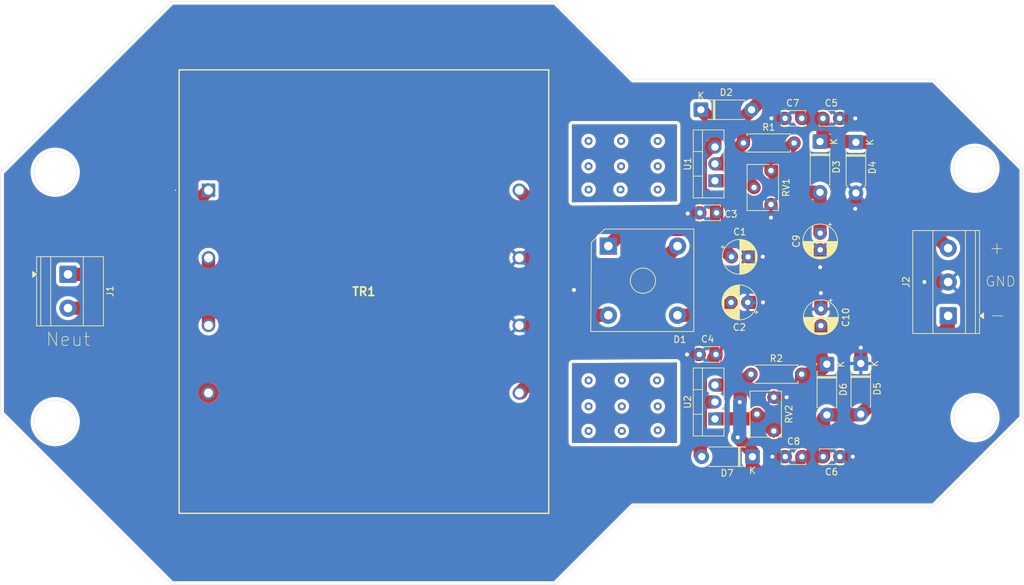
<source format=kicad_pcb>
(kicad_pcb (version 20241229) (generator "pcbnew") (generator_version "9.0")
  (layers (0 "F.Cu" signal) (2 "B.Cu" signal) (13 "F.Paste" user) (15 "B.Paste" user) (5 "F.SilkS" user "F.Silkscreen") (7 "B.SilkS" user "B.Silkscreen") (1 "F.Mask" user) (3 "B.Mask" user) (25 "Edge.Cuts" user))
  (net 0 "")
  (net 1 "/GND")
  (net 2 "/VIN+")
  (net 3 "/VIN-")
  (net 4 "/V+")
  (net 5 "/V-")
  (net 6 "/Minus-bridge")
  (net 7 "/Plus-bridge")
  (net 8 "/Hot")
  (net 9 "/Neut")
  (net 10 "/ADJ-Pot+")
  (net 11 "/ADJ-Pot-")
  (net 12 "Net-(TR1-PRIMARY_115V_1-)")
  (footprint "Diode_THT:D_DO-41_SOD81_P7.62mm_Horizontal" (layer "F.Cu") (at 195.958 77.63)
    (property "Reference" "D2" (at 3.81 -2.6 0) (layer "F.SilkS"))
    (property "Value" "D_Small_Filled")
    (fp_text user "K" (at 0 -2.1 0) (layer "F.SilkS"))
    (pad "1" thru_hole roundrect (at 0 0) (size 2.2 2.2) (drill 1.1) (layers "*.Cu" "*.Mask") (roundrect_rratio 0.113636) (net 2 "/VIN+"))
    (pad "2" thru_hole circle (at 7.62 0) (size 2.2 2.2) (drill 1.1) (layers "*.Cu" "*.Mask") (net 4 "/V+"))
  )
  (footprint "Capacitor_THT:CP_Radial_D5.0mm_P2.50mm" (layer "F.Cu") (at 213.9 96.194888 -90)
    (property "Reference" "C9" (at 1.205112 3.6 90) (layer "F.SilkS"))
    (property "Value" "C_Polarized_Small_US" (hide yes))
    (pad "1" thru_hole roundrect (at 0 0 270) (size 1.6 1.6) (drill 0.8) (layers "*.Cu" "*.Mask") (roundrect_rratio 0.15625) (net 10 "/ADJ-Pot+"))
    (pad "2" thru_hole circle (at 2.5 0 270) (size 1.6 1.6) (drill 0.8) (layers "*.Cu" "*.Mask") (net 1 "/GND"))
  )
  (footprint "Potentiometer_THT:Potentiometer_Bourns_3266W_Vertical" (layer "F.Cu") (at 206.93 125.94 -90)
    (property "Reference" "RV2" (at -2.54 -2.27 90) (layer "F.SilkS"))
    (property "Value" "R_Potentiometer_Small" (hide yes))
    (pad "1" thru_hole circle (at 0 0 270) (size 1.44 1.44) (drill 0.8) (layers "*.Cu" "*.Mask") (net 11 "/ADJ-Pot-"))
    (pad "2" thru_hole circle (at -2.54 2.54 270) (size 1.44 1.44) (drill 0.8) (layers "*.Cu" "*.Mask") (net 11 "/ADJ-Pot-"))
    (pad "3" thru_hole circle (at -5.08 0 270) (size 1.44 1.44) (drill 0.8) (layers "*.Cu" "*.Mask") (net 1 "/GND"))
  )
  (footprint "Package_TO_SOT_THT:TO-220-3_Vertical" (layer "F.Cu") (at 198.068 124.11 90)
    (property "Reference" "U2" (at 2.54 -4.1 90) (layer "F.SilkS"))
    (property "Value" "LM337_TO220")
    (pad "1" thru_hole rect (at 0 0 90) (size 1.905 2) (drill 1.1) (layers "*.Cu" "*.Mask") (net 11 "/ADJ-Pot-"))
    (pad "2" thru_hole oval (at 2.54 0 90) (size 1.905 2) (drill 1.1) (layers "*.Cu" "*.Mask") (net 3 "/VIN-"))
    (pad "3" thru_hole oval (at 5.08 0 90) (size 1.905 2) (drill 1.1) (layers "*.Cu" "*.Mask") (net 5 "/V-"))
  )
  (footprint "Transformer_Custom:162J24" (layer "F.Cu") (at 121.92 89.74)
    (property "Reference" "TR1" (at 23.368 15.24 0) (layer "F.SilkS") (effects (font (size 1.27 1.27) (thickness 0.254))))
    (property "Value" "162J24" (hide yes))
    (pad "1" thru_hole rect (at 0 0) (size 2.01 2.01) (drill 1.34) (layers "*.Cu" "*.Mask") (net 8 "/Hot"))
    (pad "2" thru_hole circle (at 0 10.16) (size 2.01 2.01) (drill 1.34) (layers "*.Cu" "*.Mask") (net 12 "Net-(TR1-PRIMARY_115V_1-)"))
    (pad "3" thru_hole circle (at 0 20.32) (size 2.01 2.01) (drill 1.34) (layers "*.Cu" "*.Mask") (net 12 "Net-(TR1-PRIMARY_115V_1-)"))
    (pad "4" thru_hole circle (at 0 30.48) (size 2.01 2.01) (drill 1.34) (layers "*.Cu" "*.Mask") (net 9 "/Neut"))
    (pad "5" thru_hole circle (at 46.736 0) (size 2.01 2.01) (drill 1.34) (layers "*.Cu" "*.Mask") (net 7 "/Plus-bridge"))
    (pad "6" thru_hole circle (at 46.736 10.16) (size 2.01 2.01) (drill 1.34) (layers "*.Cu" "*.Mask") (net 1 "/GND"))
    (pad "7" thru_hole circle (at 46.736 20.32) (size 2.01 2.01) (drill 1.34) (layers "*.Cu" "*.Mask") (net 1 "/GND"))
    (pad "8" thru_hole circle (at 46.736 30.48) (size 2.01 2.01) (drill 1.34) (layers "*.Cu" "*.Mask") (net 6 "/Minus-bridge"))
  )
  (footprint "Capacitor_THT:C_Disc_D3.4mm_W2.1mm_P2.50mm" (layer "F.Cu") (at 198.318 93.13 180)
    (property "Reference" "C3" (at -2.15 -0.2 0) (layer "F.SilkS"))
    (property "Value" "0.1u")
    (pad "1" thru_hole circle (at 0 0 180) (size 1.6 1.6) (drill 0.8) (layers "*.Cu" "*.Mask") (net 2 "/VIN+"))
    (pad "2" thru_hole circle (at 2.5 0 180) (size 1.6 1.6) (drill 0.8) (layers "*.Cu" "*.Mask") (net 1 "/GND"))
  )
  (footprint "Resistor_THT:R_Axial_DIN0207_L6.3mm_D2.5mm_P7.62mm_Horizontal" (layer "F.Cu") (at 202.358 82.63)
    (property "Reference" "R1" (at 3.81 -2.37 0) (layer "F.SilkS"))
    (property "Value" "R_US" (hide yes))
    (pad "1" thru_hole circle (at 0 0) (size 1.6 1.6) (drill 0.8) (layers "*.Cu" "*.Mask") (net 4 "/V+"))
    (pad "2" thru_hole circle (at 7.62 0) (size 1.6 1.6) (drill 0.8) (layers "*.Cu" "*.Mask") (net 10 "/ADJ-Pot+"))
  )
  (footprint "Capacitor_THT:CP_Radial_D5.0mm_P2.50mm" (layer "F.Cu") (at 200.557888 99.75)
    (property "Reference" "C1" (at 1.25 -3.75 0) (layer "F.SilkS"))
    (property "Value" "22ku")
    (pad "1" thru_hole roundrect (at 0 0) (size 1.6 1.6) (drill 0.8) (layers "*.Cu" "*.Mask") (roundrect_rratio 0.15625) (net 2 "/VIN+"))
    (pad "2" thru_hole circle (at 2.5 0) (size 1.6 1.6) (drill 0.8) (layers "*.Cu" "*.Mask") (net 1 "/GND"))
  )
  (footprint "TerminalBlock_Phoenix:TerminalBlock_Phoenix_MKDS-1,5-2-5.08_1x02_P5.08mm_Horizontal" (layer "F.Cu") (at 100.7955 102.385 -90)
    (property "Reference" "J1" (at 2.54 -6.32 90) (layer "F.SilkS"))
    (property "Value" "Screw_Terminal_01x02")
    (pad "1" thru_hole roundrect (at 0 0 270) (size 2.6 2.6) (drill 1.3) (layers "*.Cu" "*.Mask") (roundrect_rratio 0.096154) (net 8 "/Hot"))
    (pad "2" thru_hole circle (at 5.08 0 270) (size 2.6 2.6) (drill 1.3) (layers "*.Cu" "*.Mask") (net 9 "/Neut"))
  )
  (footprint "Diode_THT:D_DO-41_SOD81_P7.62mm_Horizontal" (layer "F.Cu") (at 203.71 129.8 180)
    (property "Reference" "D7" (at 3.81 -2.47 0) (layer "F.SilkS"))
    (property "Value" "D_Small_Filled")
    (fp_text user "K" (at 0 -2.1 0) (layer "F.SilkS"))
    (pad "1" thru_hole roundrect (at 0 0 180) (size 2.2 2.2) (drill 1.1) (layers "*.Cu" "*.Mask") (roundrect_rratio 0.113636) (net 5 "/V-"))
    (pad "2" thru_hole circle (at 7.62 0 180) (size 2.2 2.2) (drill 1.1) (layers "*.Cu" "*.Mask") (net 3 "/VIN-"))
  )
  (footprint "Potentiometer_THT:Potentiometer_Bourns_3266W_Vertical" (layer "F.Cu") (at 206.498 91.87 -90)
    (property "Reference" "RV1" (at -2.54 -2.27 90) (layer "F.SilkS"))
    (property "Value" "R_Potentiometer_Small" (hide yes))
    (pad "1" thru_hole circle (at 0 0 270) (size 1.44 1.44) (drill 0.8) (layers "*.Cu" "*.Mask") (net 1 "/GND"))
    (pad "2" thru_hole circle (at -2.54 2.54 270) (size 1.44 1.44) (drill 0.8) (layers "*.Cu" "*.Mask") (net 10 "/ADJ-Pot+"))
    (pad "3" thru_hole circle (at -5.08 0 270) (size 1.44 1.44) (drill 0.8) (layers "*.Cu" "*.Mask") (net 10 "/ADJ-Pot+"))
  )
  (footprint "Capacitor_THT:C_Disc_D3.4mm_W2.1mm_P2.50mm" (layer "F.Cu") (at 208.65 129.8)
    (property "Reference" "C8" (at 1.25 -2.3 0) (layer "F.SilkS"))
    (property "Value" "0.1u")
    (pad "1" thru_hole circle (at 0 0) (size 1.6 1.6) (drill 0.8) (layers "*.Cu" "*.Mask") (net 1 "/GND"))
    (pad "2" thru_hole circle (at 2.5 0) (size 1.6 1.6) (drill 0.8) (layers "*.Cu" "*.Mask") (net 5 "/V-"))
  )
  (footprint "Capacitor_THT:C_Disc_D3.4mm_W2.1mm_P2.50mm" (layer "F.Cu") (at 195.718 114.43)
    (property "Reference" "C4" (at 1.25 -2.3 0) (layer "F.SilkS"))
    (property "Value" "1u")
    (pad "1" thru_hole circle (at 0 0) (size 1.6 1.6) (drill 0.8) (layers "*.Cu" "*.Mask") (net 1 "/GND"))
    (pad "2" thru_hole circle (at 2.5 0) (size 1.6 1.6) (drill 0.8) (layers "*.Cu" "*.Mask") (net 3 "/VIN-"))
  )
  (footprint "TerminalBlock_Phoenix:TerminalBlock_Phoenix_MKDS-1,5-3-5.08_1x03_P5.08mm_Horizontal" (layer "F.Cu") (at 233.1405 108.615 90)
    (property "Reference" "J2" (at 5.08 -6.32 90) (layer "F.SilkS"))
    (property "Value" "Screw_Terminal_01x03")
    (pad "1" thru_hole roundrect (at 0 0 90) (size 2.6 2.6) (drill 1.3) (layers "*.Cu" "*.Mask") (roundrect_rratio 0.096154) (net 5 "/V-"))
    (pad "2" thru_hole circle (at 5.08 0 90) (size 2.6 2.6) (drill 1.3) (layers "*.Cu" "*.Mask") (net 1 "/GND"))
    (pad "3" thru_hole circle (at 10.16 0 90) (size 2.6 2.6) (drill 1.3) (layers "*.Cu" "*.Mask") (net 4 "/V+"))
  )
  (footprint "Capacitor_THT:C_Disc_D3.4mm_W2.1mm_P2.50mm" (layer "F.Cu") (at 216.85 129.8 180)
    (property "Reference" "C6" (at 1.25 -2.3 0) (layer "F.SilkS"))
    (property "Value" "1u")
    (pad "1" thru_hole circle (at 0 0 180) (size 1.6 1.6) (drill 0.8) (layers "*.Cu" "*.Mask") (net 1 "/GND"))
    (pad "2" thru_hole circle (at 2.5 0 180) (size 1.6 1.6) (drill 0.8) (layers "*.Cu" "*.Mask") (net 5 "/V-"))
  )
  (footprint "Package_TO_SOT_THT:TO-220-3_Vertical" (layer "F.Cu") (at 198.068 88.31 90)
    (property "Reference" "U1" (at 2.54 -4.1 90) (layer "F.SilkS"))
    (property "Value" "LM317_TO-220")
    (pad "1" thru_hole rect (at 0 0 90) (size 1.905 2) (drill 1.1) (layers "*.Cu" "*.Mask") (net 10 "/ADJ-Pot+"))
    (pad "2" thru_hole oval (at 2.54 0 90) (size 1.905 2) (drill 1.1) (layers "*.Cu" "*.Mask") (net 4 "/V+"))
    (pad "3" thru_hole oval (at 5.08 0 90) (size 1.905 2) (drill 1.1) (layers "*.Cu" "*.Mask") (net 2 "/VIN+"))
  )
  (footprint "Capacitor_THT:C_Disc_D3.4mm_W2.1mm_P2.50mm" (layer "F.Cu") (at 211.118 78.93 180)
    (property "Reference" "C7" (at 1.35 2.3 0) (layer "F.SilkS"))
    (property "Value" "0.1u")
    (pad "1" thru_hole circle (at 0 0 180) (size 1.6 1.6) (drill 0.8) (layers "*.Cu" "*.Mask") (net 4 "/V+"))
    (pad "2" thru_hole circle (at 2.5 0 180) (size 1.6 1.6) (drill 0.8) (layers "*.Cu" "*.Mask") (net 1 "/GND"))
  )
  (footprint "Resistor_THT:R_Axial_DIN0207_L6.3mm_D2.5mm_P7.62mm_Horizontal" (layer "F.Cu") (at 203.49 117.4)
    (property "Reference" "R2" (at 3.81 -2.37 0) (layer "F.SilkS"))
    (property "Value" "R_US" (hide yes))
    (pad "1" thru_hole circle (at 0 0) (size 1.6 1.6) (drill 0.8) (layers "*.Cu" "*.Mask") (net 5 "/V-"))
    (pad "2" thru_hole circle (at 7.62 0) (size 1.6 1.6) (drill 0.8) (layers "*.Cu" "*.Mask") (net 11 "/ADJ-Pot-"))
  )
  (footprint "Diode_THT:D_DO-41_SOD81_P7.62mm_Horizontal" (layer "F.Cu") (at 213.868 82.42 -90)
    (property "Reference" "D3" (at 3.81 -2.47 90) (layer "F.SilkS"))
    (property "Value" "D_Small_Filled" (hide yes))
    (fp_text user "K" (at 0 -2.1 90) (layer "F.SilkS"))
    (pad "1" thru_hole roundrect (at 0 0 270) (size 2.2 2.2) (drill 1.1) (layers "*.Cu" "*.Mask") (roundrect_rratio 0.113636) (net 4 "/V+"))
    (pad "2" thru_hole circle (at 7.62 0 270) (size 2.2 2.2) (drill 1.1) (layers "*.Cu" "*.Mask") (net 10 "/ADJ-Pot+"))
  )
  (footprint "Capacitor_THT:CP_Radial_D5.0mm_P2.50mm" (layer "F.Cu") (at 203 106.6 180)
    (property "Reference" "C2" (at 1.25 -3.75 0) (layer "F.SilkS"))
    (property "Value" "22ku")
    (pad "1" thru_hole roundrect (at 0 0 180) (size 1.6 1.6) (drill 0.8) (layers "*.Cu" "*.Mask") (roundrect_rratio 0.15625) (net 1 "/GND"))
    (pad "2" thru_hole circle (at 2.5 0 180) (size 1.6 1.6) (drill 0.8) (layers "*.Cu" "*.Mask") (net 3 "/VIN-"))
  )
  (footprint "Diode_THT:D_DO-41_SOD81_P7.62mm_Horizontal" (layer "F.Cu") (at 214.9 115.89 -90)
    (property "Reference" "D6" (at 3.81 -2.47 90) (layer "F.SilkS"))
    (property "Value" "D_Small_Filled" (hide yes))
    (fp_text user "K" (at 0 -2.1 90) (layer "F.SilkS"))
    (pad "1" thru_hole roundrect (at 0 0 270) (size 2.2 2.2) (drill 1.1) (layers "*.Cu" "*.Mask") (roundrect_rratio 0.113636) (net 11 "/ADJ-Pot-"))
    (pad "2" thru_hole circle (at 7.62 0 270) (size 2.2 2.2) (drill 1.1) (layers "*.Cu" "*.Mask") (net 5 "/V-"))
  )
  (footprint "Diode_THT:D_DO-41_SOD81_P7.62mm_Horizontal" (layer "F.Cu") (at 220 115.79 -90)
    (property "Reference" "D5" (at 3.81 -2.47 90) (layer "F.SilkS"))
    (property "Value" "~" (hide yes))
    (fp_text user "K" (at 0 -2.1 90) (layer "F.SilkS"))
    (pad "1" thru_hole roundrect (at 0 0 270) (size 2.2 2.2) (drill 1.1) (layers "*.Cu" "*.Mask") (roundrect_rratio 0.113636) (net 1 "/GND"))
    (pad "2" thru_hole circle (at 7.62 0 270) (size 2.2 2.2) (drill 1.1) (layers "*.Cu" "*.Mask") (net 5 "/V-"))
  )
  (footprint "Capacitor_THT:C_Disc_D3.4mm_W2.1mm_P2.50mm" (layer "F.Cu") (at 214.318 78.93)
    (property "Reference" "C5" (at 1.25 -2.3 0) (layer "F.SilkS"))
    (property "Value" "1u")
    (pad "1" thru_hole circle (at 0 0) (size 1.6 1.6) (drill 0.8) (layers "*.Cu" "*.Mask") (net 4 "/V+"))
    (pad "2" thru_hole circle (at 2.5 0) (size 1.6 1.6) (drill 0.8) (layers "*.Cu" "*.Mask") (net 1 "/GND"))
  )
  (footprint "Diode_THT:D_DO-41_SOD81_P7.62mm_Horizontal" (layer "F.Cu") (at 219.268 82.52 -90)
    (property "Reference" "D4" (at 3.81 -2.47 90) (layer "F.SilkS"))
    (property "Value" "~")
    (fp_text user "K" (at 0 -2.1 90) (layer "F.SilkS"))
    (pad "1" thru_hole roundrect (at 0 0 270) (size 2.2 2.2) (drill 1.1) (layers "*.Cu" "*.Mask") (roundrect_rratio 0.113636) (net 4 "/V+"))
    (pad "2" thru_hole circle (at 7.62 0 270) (size 2.2 2.2) (drill 1.1) (layers "*.Cu" "*.Mask") (net 1 "/GND"))
  )
  (footprint "Capacitor_THT:CP_Radial_D5.0mm_P2.50mm" (layer "F.Cu") (at 214 107.594888 -90)
    (property "Reference" "C10" (at 1.25 -3.75 90) (layer "F.SilkS"))
    (property "Value" "C_Polarized_Small_US" (hide yes))
    (pad "1" thru_hole roundrect (at 0 0 270) (size 1.6 1.6) (drill 0.8) (layers "*.Cu" "*.Mask") (roundrect_rratio 0.15625) (net 1 "/GND"))
    (pad "2" thru_hole circle (at 2.5 0 270) (size 1.6 1.6) (drill 0.8) (layers "*.Cu" "*.Mask") (net 11 "/ADJ-Pot-"))
  )
  (footprint "Diode_THT:Diode_Bridge_Vishay_KBPC6" (layer "F.Cu") (at 182.043 98.13)
    (property "Reference" "D1" (at 10.75 14.05 0) (layer "F.SilkS"))
    (property "Value" "~" (hide yes))
    (pad "1" thru_hole rect (at 0 0) (size 2.6 2.6) (drill 1.3) (layers "*.Cu" "*.Mask") (net 2 "/VIN+"))
    (pad "2" thru_hole circle (at 0 10.4) (size 2.6 2.6) (drill 1.3) (layers "*.Cu" "*.Mask") (net 6 "/Minus-bridge"))
    (pad "3" thru_hole circle (at 10.4 10.4) (size 2.6 2.6) (drill 1.3) (layers "*.Cu" "*.Mask") (net 3 "/VIN-"))
    (pad "4" thru_hole circle (at 10.4 0) (size 2.6 2.6) (drill 1.3) (layers "*.Cu" "*.Mask") (net 7 "/Plus-bridge"))
  )
  (gr_line (start 185.768 137.33) (end 230.968 137.33) (stroke (width 0.05)) (layer "Edge.Cuts"))
  (gr_circle (center 237.168 86.43) (end 240.368 86.43) (stroke (width 0.05)) (fill no) (layer "Edge.Cuts"))
  (gr_line (start 230.968 137.33) (end 244.368 123.93) (stroke (width 0.05)) (layer "Edge.Cuts"))
  (gr_line (start 174.068 61.33) (end 185.768 73.03) (stroke (width 0.05)) (layer "Edge.Cuts"))
  (gr_line (start 116.368 149.03) (end 90.668 123.33) (stroke (width 0.05)) (layer "Edge.Cuts"))
  (gr_line (start 230.968 73.03) (end 244.368 86.43) (stroke (width 0.05)) (layer "Edge.Cuts"))
  (gr_line (start 116.368 149.03) (end 174.068 149.03) (stroke (width 0.05)) (layer "Edge.Cuts"))
  (gr_line (start 244.368 86.43) (end 244.368 123.93) (stroke (width 0.05)) (layer "Edge.Cuts"))
  (gr_line (start 185.768 73.03) (end 230.968 73.03) (stroke (width 0.05)) (layer "Edge.Cuts"))
  (gr_circle (center 98.868 87.03) (end 102.068 87.03) (stroke (width 0.05)) (fill no) (layer "Edge.Cuts"))
  (gr_circle (center 98.868 124.53) (end 102.068 124.53) (stroke (width 0.05)) (fill no) (layer "Edge.Cuts"))
  (gr_line (start 116.368 61.33) (end 174.068 61.33) (stroke (width 0.05)) (layer "Edge.Cuts"))
  (gr_line (start 90.668 87.03) (end 90.668 123.33) (stroke (width 0.05)) (layer "Edge.Cuts"))
  (gr_circle (center 237.168 123.93) (end 240.368 123.93) (stroke (width 0.05)) (fill no) (layer "Edge.Cuts"))
  (gr_line (start 116.368 61.33) (end 90.668 87.03) (stroke (width 0.05)) (layer "Edge.Cuts"))
  (gr_line (start 174.068 149.03) (end 185.768 137.33) (stroke (width 0.05)) (layer "Edge.Cuts"))
  (gr_text "GND" (at 238.668 104.33 0) (layer "F.SilkS") (effects (font (size 1.5 1.5) (thickness 0.1)) (justify left bottom)))
  (gr_text "+\n" (at 239.168 99.53 0) (layer "F.SilkS") (effects (font (size 2 2) (thickness 0.1)) (justify left bottom)))
  (gr_text "Neut" (at 97.368 113.33 0) (layer "F.SilkS") (effects (font (size 2 2) (thickness 0.1)) (justify left bottom)))
  (gr_text "-" (at 239.268 109.63 0) (layer "F.SilkS") (effects (font (size 2 2) (thickness 0.1)) (justify left bottom)))
  (via (at 189.468 125.83) (size 1.2) (drill 0.6) (layers "F.Cu" "B.Cu") (net 0))
  (via (at 184.068 125.93) (size 1.2) (drill 0.6) (layers "F.Cu" "B.Cu") (net 0))
  (via (at 179.068 82.33) (size 1.2) (drill 0.6) (layers "F.Cu" "B.Cu") (net 0))
  (via (at 184.068 122.23) (size 1.2) (drill 0.6) (layers "F.Cu" "B.Cu") (net 0))
  (via (at 179.068 89.63) (size 1.2) (drill 0.6) (layers "F.Cu" "B.Cu") (net 0))
  (via (at 179.068 125.93) (size 1.2) (drill 0.6) (layers "F.Cu" "B.Cu") (net 0))
  (via (at 179.068 122.23) (size 1.2) (drill 0.6) (layers "F.Cu" "B.Cu") (net 0))
  (via (at 189.468 82.33) (size 1.2) (drill 0.6) (layers "F.Cu" "B.Cu") (net 0))
  (via (at 183.868 89.63) (size 1.2) (drill 0.6) (layers "F.Cu" "B.Cu") (net 0))
  (via (at 189.468 122.23) (size 1.2) (drill 0.6) (layers "F.Cu" "B.Cu") (net 0))
  (via (at 189.468 86.13) (size 1.2) (drill 0.6) (layers "F.Cu" "B.Cu") (net 0))
  (via (at 183.968 82.33) (size 1.2) (drill 0.6) (layers "F.Cu" "B.Cu") (net 0))
  (via (at 184.068 118.33) (size 1.2) (drill 0.6) (layers "F.Cu" "B.Cu") (net 0))
  (via (at 179.068 86.13) (size 1.2) (drill 0.6) (layers "F.Cu" "B.Cu") (net 0))
  (via (at 189.468 89.63) (size 1.2) (drill 0.6) (layers "F.Cu" "B.Cu") (net 0))
  (via (at 189.368 118.33) (size 1.2) (drill 0.6) (layers "F.Cu" "B.Cu") (net 0))
  (via (at 179.068 118.33) (size 1.2) (drill 0.6) (layers "F.Cu" "B.Cu") (net 0))
  (via (at 183.968 86.13) (size 1.2) (drill 0.6) (layers "F.Cu" "B.Cu") (net 0))
  (segment (start 214 105.2) (end 214 107.594888) (width 2) (layer "F.Cu") (net 1))
  (segment (start 206.498 93.86) (end 206.498 91.87) (width 2) (layer "F.Cu") (net 1))
  (segment (start 194.068 93.13) (end 193.968 93.23) (width 2) (layer "F.Cu") (net 1))
  (segment (start 168.656 99.9) (end 172.038 99.9) (width 2) (layer "F.Cu") (net 1))
  (segment (start 208.65 129.8) (end 206.7 129.8) (width 2) (layer "F.Cu") (net 1))
  (segment (start 168.656 110.06) (end 171.538 110.06) (width 2) (layer "F.Cu") (net 1))
  (segment (start 205.268 99.73) (end 203.077888 99.73) (width 2) (layer "F.Cu") (net 1))
  (segment (start 205.3 106.6) (end 203 106.6) (width 2) (layer "F.Cu") (net 1))
  (segment (start 203.077888 99.73) (end 203.057888 99.75) (width 2) (layer "F.Cu") (net 1))
  (segment (start 195.818 93.13) (end 194.068 93.13) (width 2) (layer "F.Cu") (net 1))
  (segment (start 208.618 78.93) (end 206.568 78.93) (width 2) (layer "F.Cu") (net 1))
  (segment (start 208.849 120.86) (end 206.93 120.86) (width 2) (layer "F.Cu") (net 1))
  (segment (start 172.038 99.9) (end 176.868 104.73) (width 2) (layer "F.Cu") (net 1))
  (segment (start 220 113.4) (end 220 115.79) (width 2) (layer "F.Cu") (net 1))
  (segment (start 233.1405 103.535) (end 229.573 103.535) (width 2) (layer "F.Cu") (net 1))
  (segment (start 219.168 78.93) (end 216.818 78.93) (width 2) (layer "F.Cu") (net 1))
  (segment (start 219.268 90.14) (end 219.268 92.43) (width 2) (layer "F.Cu") (net 1))
  (segment (start 229.573 103.535) (end 229.568 103.53) (width 2) (layer "F.Cu") (net 1))
  (segment (start 219.268 92.43) (end 219.168 92.53) (width 2) (layer "F.Cu") (net 1))
  (segment (start 218.8 129.8) (end 216.85 129.8) (width 2) (layer "F.Cu") (net 1))
  (segment (start 213.9 98.694888) (end 213.9 101.3) (width 2) (layer "F.Cu") (net 1))
  (segment (start 171.538 110.06) (end 176.868 104.73) (width 2) (layer "F.Cu") (net 1))
  (segment (start 195.718 114.43) (end 193.868 114.43) (width 2) (layer "F.Cu") (net 1))
  (via (at 214 105.2) (size 1.2) (drill 0.6) (layers "F.Cu" "B.Cu") (net 1))
  (via (at 206.498 93.86) (size 1.2) (drill 0.6) (layers "F.Cu" "B.Cu") (net 1))
  (via (at 193.968 93.23) (size 1.2) (drill 0.6) (layers "F.Cu" "B.Cu") (net 1))
  (via (at 193.868 114.43) (size 1.2) (drill 0.6) (layers "F.Cu" "B.Cu") (net 1))
  (via (at 213.9 101.3) (size 1.2) (drill 0.6) (layers "F.Cu" "B.Cu") (net 1))
  (via (at 205.268 99.73) (size 1.2) (drill 0.6) (layers "F.Cu" "B.Cu") (net 1))
  (via (at 218.8 129.8) (size 1.2) (drill 0.6) (layers "F.Cu" "B.Cu") (net 1))
  (via (at 219.168 78.93) (size 1.2) (drill 0.6) (layers "F.Cu" "B.Cu") (net 1))
  (via (at 206.7 129.8) (size 1.2) (drill 0.6) (layers "F.Cu" "B.Cu") (net 1))
  (via (at 229.568 103.53) (size 1.2) (drill 0.6) (layers "F.Cu" "B.Cu") (net 1))
  (via (at 219.168 92.53) (size 1.2) (drill 0.6) (layers "F.Cu" "B.Cu") (net 1))
  (via (at 208.849 120.86) (size 1.2) (drill 0.6) (layers "F.Cu" "B.Cu") (net 1))
  (via (at 220 113.4) (size 1.2) (drill 0.6) (layers "F.Cu" "B.Cu") (net 1))
  (via (at 206.568 78.93) (size 1.2) (drill 0.6) (layers "F.Cu" "B.Cu") (net 1))
  (via (at 176.868 104.73) (size 1.2) (drill 0.6) (layers "F.Cu" "B.Cu") (net 1))
  (via (at 205.3 106.6) (size 1.2) (drill 0.6) (layers "F.Cu" "B.Cu") (net 1))
  (segment (start 198.068 79.74) (end 195.958 77.63) (width 2) (layer "F.Cu") (net 2))
  (segment (start 195.867 84.731) (end 197.368 83.23) (width 2) (layer "F.Cu") (net 2))
  (segment (start 198.318 97.510112) (end 200.557888 99.75) (width 2) (layer "F.Cu") (net 2))
  (segment (start 196.6015 90.4635) (end 195.867 90.4635) (width 2) (layer "F.Cu") (net 2))
  (segment (start 196.95037 95.629) (end 184.544 95.629) (width 2) (layer "F.Cu") (net 2))
  (segment (start 198.318 93.13) (end 198.318 94.26137) (width 2) (layer "F.Cu") (net 2))
  (segment (start 198.068 83.23) (end 198.068 79.74) (width 2) (layer "F.Cu") (net 2))
  (segment (start 184.544 95.629) (end 182.043 98.13) (width 2) (layer "F.Cu") (net 2))
  (segment (start 198.318 93.13) (end 198.318 92.18) (width 2) (layer "F.Cu") (net 2))
  (segment (start 197.368 83.23) (end 198.068 83.23) (width 2) (layer "F.Cu") (net 2))
  (segment (start 198.318 93.13) (end 198.318 97.510112) (width 2) (layer "F.Cu") (net 2))
  (segment (start 198.318 94.26137) (end 196.95037 95.629) (width 2) (layer "F.Cu") (net 2))
  (segment (start 198.318 92.18) (end 196.6015 90.4635) (width 2) (layer "F.Cu") (net 2))
  (segment (start 195.867 90.4635) (end 195.867 84.731) (width 2) (layer "F.Cu") (net 2))
  (segment (start 195.867 129.577) (end 196.09 129.8) (width 2) (layer "F.Cu") (net 3))
  (segment (start 198.218 109.782) (end 198.218 114.43) (width 2) (layer "F.Cu") (net 3))
  (segment (start 198.57 108.53) (end 200.5 106.6) (width 2) (layer "F.Cu") (net 3))
  (segment (start 197.919 114.981) (end 197.919 115.341684) (width 2) (layer "F.Cu") (net 3))
  (segment (start 198.57 108.53) (end 198.57 109.43) (width 2) (layer "F.Cu") (net 3))
  (segment (start 197.919 115.341684) (end 196.629684 116.631) (width 2) (layer "F.Cu") (net 3))
  (segment (start 198.57 109.43) (end 198.218 109.782) (width 2) (layer "F.Cu") (net 3))
  (segment (start 196.629684 116.631) (end 196.269 116.631) (width 2) (layer "F.Cu") (net 3))
  (segment (start 195.867 121.1835) (end 196.2535 121.57) (width 2) (layer "F.Cu") (net 3))
  (segment (start 196.2535 121.57) (end 195.867 121.9565) (width 2) (layer "F.Cu") (net 3))
  (segment (start 196.269 116.631) (end 195.867 117.033) (width 2) (layer "F.Cu") (net 3))
  (segment (start 198.218 114.43) (end 198.218 114.682) (width 2) (layer "F.Cu") (net 3))
  (segment (start 198.068 121.57) (end 196.2535 121.57) (width 2) (layer "F.Cu") (net 3))
  (segment (start 195.867 121.9565) (end 195.867 129.577) (width 2) (layer "F.Cu") (net 3))
  (segment (start 195.867 117.033) (end 195.867 121.1835) (width 2) (layer "F.Cu") (net 3))
  (segment (start 192.443 108.53) (end 198.57 108.53) (width 2) (layer "F.Cu") (net 3))
  (segment (start 198.218 114.682) (end 197.919 114.981) (width 2) (layer "F.Cu") (net 3))
  (segment (start 219.268 82.52) (end 222.758 82.52) (width 2) (layer "F.Cu") (net 4))
  (segment (start 211.118 77.79863) (end 211.118 78.93) (width 2) (layer "F.Cu") (net 4))
  (segment (start 211.118 78.93) (end 214.318 78.93) (width 2) (layer "F.Cu") (net 4))
  (segment (start 222.768 82.53) (end 222.768 88.0825) (width 2) (layer "F.Cu") (net 4))
  (segment (start 208.84937 75.53) (end 211.118 77.79863) (width 2) (layer "F.Cu") (net 4))
  (segment (start 202.358 82.63) (end 202.358 78.85) (width 2) (layer "F.Cu") (net 4))
  (segment (start 205.678 75.53) (end 208.84937 75.53) (width 2) (layer "F.Cu") (net 4))
  (segment (start 219.168 82.42) (end 219.268 82.52) (width 2) (layer "F.Cu") (net 4))
  (segment (start 202.358 82.63) (end 199.218 85.77) (width 2) (layer "F.Cu") (net 4))
  (segment (start 202.358 78.85) (end 203.578 77.63) (width 2) (layer "F.Cu") (net 4))
  (segment (start 199.218 85.77) (end 198.068 85.77) (width 2) (layer "F.Cu") (net 4))
  (segment (start 214.318 81.97) (end 213.868 82.42) (width 2) (layer "F.Cu") (net 4))
  (segment (start 222.758 82.52) (end 222.768 82.53) (width 2) (layer "F.Cu") (net 4))
  (segment (start 213.868 82.42) (end 219.168 82.42) (width 2) (layer "F.Cu") (net 4))
  (segment (start 203.578 77.63) (end 205.678 75.53) (width 2) (layer "F.Cu") (net 4))
  (segment (start 214.318 78.93) (end 214.318 81.97) (width 2) (layer "F.Cu") (net 4))
  (segment (start 222.768 88.0825) (end 233.1405 98.455) (width 2) (layer "F.Cu") (net 4))
  (segment (start 233.1405 110.2695) (end 220 123.41) (width 2) (layer "F.Cu") (net 5))
  (segment (start 201.86 119.03) (end 201.86 121.54) (width 2) (layer "F.Cu") (net 5))
  (segment (start 214.9 123.51) (end 219.9 123.51) (width 2) (layer "F.Cu") (net 5))
  (segment (start 201.86 121.54) (end 201.8 121.6) (width 2) (layer "F.Cu") (net 5))
  (segment (start 203.71 131.31) (end 203.71 129.8) (width 2) (layer "F.Cu") (net 5))
  (segment (start 203.71 129.8) (end 203.71 129.11) (width 2) (layer "F.Cu") (net 5))
  (segment (start 209.3 133.3) (end 205.7 133.3) (width 2) (layer "F.Cu") (net 5))
  (segment (start 233.1405 108.615) (end 233.1405 110.2695) (width 2) (layer "F.Cu") (net 5))
  (segment (start 214.35 129.8) (end 211.15 129.8) (width 2) (layer "F.Cu") (net 5))
  (segment (start 219.9 123.51) (end 220 123.41) (width 2) (layer "F.Cu") (net 5))
  (segment (start 198.068 119.03) (end 201.86 119.03) (width 2) (layer "F.Cu") (net 5))
  (segment (start 201.86 119.03) (end 203.49 117.4) (width 2) (layer "F.Cu") (net 5))
  (segment (start 205.7 133.3) (end 203.71 131.31) (width 2) (layer "F.Cu") (net 5))
  (segment (start 203.71 129.11) (end 201.5 126.9) (width 2) (layer "F.Cu") (net 5))
  (segment (start 211.15 131.45) (end 209.3 133.3) (width 2) (layer "F.Cu") (net 5))
  (segment (start 211.15 129.8) (end 211.15 131.45) (width 2) (layer "F.Cu") (net 5))
  (segment (start 214.9 123.51) (end 214.4 124.01) (width 2) (layer "F.Cu") (net 5))
  (segment (start 214.4 129.75) (end 214.35 129.8) (width 2) (layer "F.Cu") (net 5))
  (segment (start 214.4 124.01) (end 214.4 129.75) (width 2) (layer "F.Cu") (net 5))
  (via (at 201.8 121.6) (size 1.2) (drill 0.6) (layers "F.Cu" "B.Cu") (net 5))
  (via (at 201.5 126.9) (size 1.2) (drill 0.6) (layers "F.Cu" "B.Cu") (net 5))
  (segment (start 201.8 121.6) (end 201.8 126.6) (width 2) (layer "B.Cu") (net 5))
  (segment (start 201.8 126.6) (end 201.5 126.9) (width 2) (layer "B.Cu") (net 5))
  (segment (start 168.656 120.22) (end 180.346 108.53) (width 2) (layer "F.Cu") (net 6))
  (segment (start 180.346 108.53) (end 182.043 108.53) (width 2) (layer "F.Cu") (net 6))
  (segment (start 168.878 120.22) (end 168.656 120.22) (width 2) (layer "F.Cu") (net 6))
  (segment (start 189.143 101.43) (end 192.443 98.13) (width 2) (layer "F.Cu") (net 7))
  (segment (start 180.346 101.43) (end 189.143 101.43) (width 2) (layer "F.Cu") (net 7))
  (segment (start 168.656 89.74) (end 180.346 101.43) (width 2) (layer "F.Cu") (net 7))
  (segment (start 100.7955 102.385) (end 109.275 102.385) (width 2) (layer "F.Cu") (net 8))
  (segment (start 121.85 89.67) (end 121.92 89.74) (width 2) (layer "F.Cu") (net 8))
  (segment (start 109.275 102.385) (end 121.92 89.74) (width 2) (layer "F.Cu") (net 8))
  (segment (start 109.13 107.43) (end 121.92 120.22) (width 2) (layer "F.Cu") (net 9))
  (segment (start 108.833 107.465) (end 108.868 107.43) (width 2) (layer "F.Cu") (net 9))
  (segment (start 121.9 120.2) (end 121.92 120.22) (width 3) (layer "F.Cu") (net 9))
  (segment (start 100.7955 107.465) (end 108.833 107.465) (width 2) (layer "F.Cu") (net 9))
  (segment (start 108.868 107.43) (end 109.13 107.43) (width 2) (layer "F.Cu") (net 9))
  (segment (start 202.938 88.31) (end 203.958 89.33) (width 2) (layer "F.Cu") (net 10))
  (segment (start 198.068 88.31) (end 202.938 88.31) (width 2) (layer "F.Cu") (net 10))
  (segment (start 213.868 90.04) (end 213.868 96.162888) (width 2) (layer "F.Cu") (net 10))
  (segment (start 206.498 86.11) (end 209.978 82.63) (width 2) (layer "F.Cu") (net 10))
  (segment (start 213.868 90.04) (end 209.748 90.04) (width 2) (layer "F.Cu") (net 10))
  (segment (start 213.868 96.162888) (end 213.9 96.194888) (width 2) (layer "F.Cu") (net 10))
  (segment (start 206.498 86.79) (end 206.498 86.11) (width 2) (layer "F.Cu") (net 10))
  (segment (start 209.748 90.04) (end 206.498 86.79) (width 2) (layer "F.Cu") (net 10))
  (segment (start 211.11 122.99) (end 210.7 123.4) (width 2) (layer "F.Cu") (net 11))
  (segment (start 214 110.094888) (end 214 114.99) (width 2) (layer "F.Cu") (net 11))
  (segment (start 203.68 124.11) (end 198.068 124.11) (width 2) (layer "F.Cu") (net 11))
  (segment (start 210.7 123.4) (end 209.47 123.4) (width 2) (layer "F.Cu") (net 11))
  (segment (start 204.39 123.4) (end 206.93 125.94) (width 2) (layer "F.Cu") (net 11))
  (segment (start 214 114.99) (end 214.9 115.89) (width 2) (layer "F.Cu") (net 11))
  (segment (start 204.39 123.4) (end 203.68 124.11) (width 2) (layer "F.Cu") (net 11))
  (segment (start 213.39 117.4) (end 214.9 115.89) (width 2) (layer "F.Cu") (net 11))
  (segment (start 209.47 123.4) (end 206.93 125.94) (width 2) (layer "F.Cu") (net 11))
  (segment (start 211.11 117.4) (end 213.39 117.4) (width 2) (layer "F.Cu") (net 11))
  (segment (start 211.11 117.4) (end 211.11 122.99) (width 2) (layer "F.Cu") (net 11))
  (segment (start 121.92 99.9) (end 121.92 110.06) (width 2) (layer "F.Cu") (net 12))
  (zone (net 5) (net_name "/V-") (layers "F.Cu" "B.Cu") (priority 1) (connect_pads (clearance 0.5)) (min_thickness 0.25) (fill yes (thermal_gap 0.5) (thermal_bridge_width 0.5))
    (polygon (pts (xy 192.368 115.627841) (xy 176.568 115.74151) (xy 176.568 127.73) (xy 192.368 127.73)))
  )
  (zone (net 4) (net_name "/V+") (layers "F.Cu" "B.Cu") (priority 2) (connect_pads (clearance 0.5)) (min_thickness 0.25) (fill yes (thermal_gap 0.5) (thermal_bridge_width 0.5))
    (polygon (pts (xy 192.368 79.83) (xy 176.568 79.83) (xy 176.568 91.532649) (xy 192.368 91.428013)))
  )
  (zone (net 1) (net_name "/GND") (layer "B.Cu") (connect_pads (clearance 0.5)) (min_thickness 0.25) (fill yes (thermal_gap 0.5) (thermal_bridge_width 0.5))
    (polygon (pts (xy 116.168 61.13) (xy 173.768 61.33) (xy 185.068 72.63) (xy 231.268 72.83) (xy 244.368 87.03) (xy 244.568 123.73) (xy 231.068 137.43) (xy 185.068 137.43) (xy 173.868 148.83) (xy 116.368 149.13) (xy 90.568 123.13) (xy 90.768 86.73)))
  )
)
</source>
